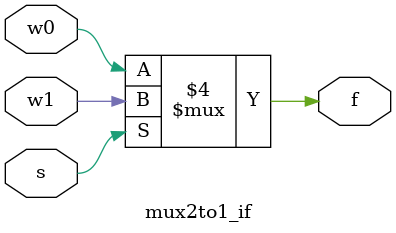
<source format=v>
module mux2to1_if(w0, w1, s, f);
    input w0, w1, s;
    output reg f;

    always @(*) begin
        if (s == 0)
            f = w0;
        else
            f = w1;
    end
endmodule

</source>
